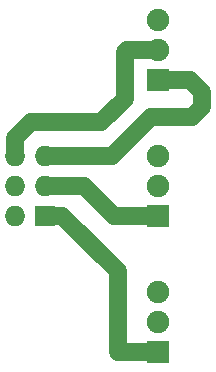
<source format=gbr>
G04 #@! TF.FileFunction,Copper,L1,Top,Signal*
%FSLAX46Y46*%
G04 Gerber Fmt 4.6, Leading zero omitted, Abs format (unit mm)*
G04 Created by KiCad (PCBNEW 4.0.4-stable) date 01/15/17 13:56:54*
%MOMM*%
%LPD*%
G01*
G04 APERTURE LIST*
%ADD10C,0.100000*%
%ADD11C,1.900000*%
%ADD12R,1.900000X1.900000*%
%ADD13R,1.727200X1.727200*%
%ADD14O,1.727200X1.727200*%
%ADD15C,1.500000*%
%ADD16C,1.000000*%
G04 APERTURE END LIST*
D10*
D11*
X253250000Y-129000000D03*
X253250000Y-126460000D03*
D12*
X253250000Y-131540000D03*
D13*
X243750000Y-143000000D03*
D14*
X241210000Y-143000000D03*
X243750000Y-140460000D03*
X241210000Y-140460000D03*
X243750000Y-137920000D03*
X241210000Y-137920000D03*
D11*
X253250000Y-140500000D03*
X253250000Y-137960000D03*
D12*
X253250000Y-143040000D03*
D11*
X253250000Y-152000000D03*
X253250000Y-149460000D03*
D12*
X253250000Y-154540000D03*
D15*
X241210000Y-137920000D02*
X241210000Y-136390000D01*
X241210000Y-136390000D02*
X242525000Y-135075000D01*
X242525000Y-135075000D02*
X248500000Y-135075000D01*
X248500000Y-135075000D02*
X250475000Y-133100000D01*
X250475000Y-133100000D02*
X250475000Y-129175000D01*
X250475000Y-129175000D02*
X250650000Y-129000000D01*
X250650000Y-129000000D02*
X253250000Y-129000000D01*
X254775000Y-134625000D02*
X256150000Y-134625000D01*
X256150000Y-134625000D02*
X257000000Y-133775000D01*
X257000000Y-133775000D02*
X257000000Y-132575000D01*
X257000000Y-132575000D02*
X255965000Y-131540000D01*
X255965000Y-131540000D02*
X253250000Y-131540000D01*
X243750000Y-137920000D02*
X249380000Y-137920000D01*
X249380000Y-137920000D02*
X252675000Y-134625000D01*
X252675000Y-134625000D02*
X254775000Y-134625000D01*
D16*
X243750000Y-137920000D02*
X243830000Y-137920000D01*
D15*
X243750000Y-143000000D02*
X245175000Y-143000000D01*
X249935000Y-154540000D02*
X253250000Y-154540000D01*
X249900000Y-154575000D02*
X249935000Y-154540000D01*
X249900000Y-147725000D02*
X249900000Y-154575000D01*
X245175000Y-143000000D02*
X249900000Y-147725000D01*
X243750000Y-140460000D02*
X246985000Y-140460000D01*
X246985000Y-140460000D02*
X249565000Y-143040000D01*
X249565000Y-143040000D02*
X253250000Y-143040000D01*
M02*

</source>
